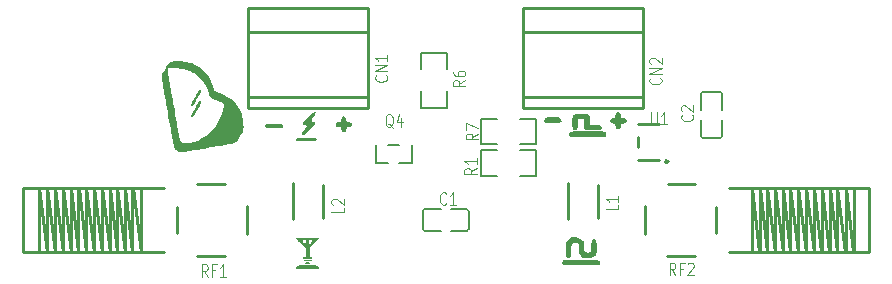
<source format=gto>
G04 #@! TF.GenerationSoftware,KiCad,Pcbnew,(6.0.7)*
G04 #@! TF.CreationDate,2022-10-20T22:45:04-03:00*
G04 #@! TF.ProjectId,BIAS-T,42494153-2d54-42e6-9b69-6361645f7063,rev?*
G04 #@! TF.SameCoordinates,Original*
G04 #@! TF.FileFunction,Legend,Top*
G04 #@! TF.FilePolarity,Positive*
%FSLAX46Y46*%
G04 Gerber Fmt 4.6, Leading zero omitted, Abs format (unit mm)*
G04 Created by KiCad (PCBNEW (6.0.7)) date 2022-10-20 22:45:04*
%MOMM*%
%LPD*%
G01*
G04 APERTURE LIST*
%ADD10C,0.300000*%
%ADD11C,0.122000*%
%ADD12C,0.152000*%
%ADD13C,0.254000*%
%ADD14R,0.700000X1.250000*%
%ADD15R,1.701000X1.208000*%
%ADD16R,1.410000X1.350000*%
%ADD17C,2.000000*%
%ADD18C,2.500000*%
%ADD19R,1.000000X0.600000*%
%ADD20R,1.350000X1.410000*%
%ADD21R,1.208000X1.701000*%
%ADD22C,2.200000*%
%ADD23R,2.000000X1.200000*%
G04 APERTURE END LIST*
D10*
D11*
X145634680Y-96702500D02*
X145553061Y-96653500D01*
X145471442Y-96555500D01*
X145349014Y-96408500D01*
X145267395Y-96359500D01*
X145185776Y-96359500D01*
X145226585Y-96604500D02*
X145144966Y-96555500D01*
X145063347Y-96457500D01*
X145022538Y-96261500D01*
X145022538Y-95918500D01*
X145063347Y-95722500D01*
X145144966Y-95624500D01*
X145226585Y-95575500D01*
X145389823Y-95575500D01*
X145471442Y-95624500D01*
X145553061Y-95722500D01*
X145593871Y-95918500D01*
X145593871Y-96261500D01*
X145553061Y-96457500D01*
X145471442Y-96555500D01*
X145389823Y-96604500D01*
X145226585Y-96604500D01*
X146328442Y-95918500D02*
X146328442Y-96604500D01*
X146124395Y-95526500D02*
X145920347Y-96261500D01*
X146450871Y-96261500D01*
D10*
D11*
X151722500Y-92681728D02*
X151232500Y-92967395D01*
X151722500Y-93171442D02*
X150693500Y-93171442D01*
X150693500Y-92844966D01*
X150742500Y-92763347D01*
X150791500Y-92722538D01*
X150889500Y-92681728D01*
X151036500Y-92681728D01*
X151134500Y-92722538D01*
X151183500Y-92763347D01*
X151232500Y-92844966D01*
X151232500Y-93171442D01*
X150693500Y-91947157D02*
X150693500Y-92110395D01*
X150742500Y-92192014D01*
X150791500Y-92232823D01*
X150938500Y-92314442D01*
X151134500Y-92355252D01*
X151526500Y-92355252D01*
X151624500Y-92314442D01*
X151673500Y-92273633D01*
X151722500Y-92192014D01*
X151722500Y-92028776D01*
X151673500Y-91947157D01*
X151624500Y-91906347D01*
X151526500Y-91865538D01*
X151281500Y-91865538D01*
X151183500Y-91906347D01*
X151134500Y-91947157D01*
X151085500Y-92028776D01*
X151085500Y-92192014D01*
X151134500Y-92273633D01*
X151183500Y-92314442D01*
X151281500Y-92355252D01*
X150125061Y-103110500D02*
X150084252Y-103159500D01*
X149961823Y-103208500D01*
X149880204Y-103208500D01*
X149757776Y-103159500D01*
X149676157Y-103061500D01*
X149635347Y-102963500D01*
X149594538Y-102767500D01*
X149594538Y-102620500D01*
X149635347Y-102424500D01*
X149676157Y-102326500D01*
X149757776Y-102228500D01*
X149880204Y-102179500D01*
X149961823Y-102179500D01*
X150084252Y-102228500D01*
X150125061Y-102277500D01*
X150941252Y-103208500D02*
X150451538Y-103208500D01*
X150696395Y-103208500D02*
X150696395Y-102179500D01*
X150614776Y-102326500D01*
X150533157Y-102424500D01*
X150451538Y-102473500D01*
X129932061Y-109304500D02*
X129646395Y-108814500D01*
X129442347Y-109304500D02*
X129442347Y-108275500D01*
X129768823Y-108275500D01*
X129850442Y-108324500D01*
X129891252Y-108373500D01*
X129932061Y-108471500D01*
X129932061Y-108618500D01*
X129891252Y-108716500D01*
X129850442Y-108765500D01*
X129768823Y-108814500D01*
X129442347Y-108814500D01*
X130585014Y-108765500D02*
X130299347Y-108765500D01*
X130299347Y-109304500D02*
X130299347Y-108275500D01*
X130707442Y-108275500D01*
X131482823Y-109304500D02*
X130993109Y-109304500D01*
X131237966Y-109304500D02*
X131237966Y-108275500D01*
X131156347Y-108422500D01*
X131074728Y-108520500D01*
X130993109Y-108569500D01*
X167478347Y-95384500D02*
X167478347Y-96217500D01*
X167519157Y-96315500D01*
X167559966Y-96364500D01*
X167641585Y-96413500D01*
X167804823Y-96413500D01*
X167886442Y-96364500D01*
X167927252Y-96315500D01*
X167968061Y-96217500D01*
X167968061Y-95384500D01*
X168825061Y-96413500D02*
X168335347Y-96413500D01*
X168580204Y-96413500D02*
X168580204Y-95384500D01*
X168498585Y-95531500D01*
X168416966Y-95629500D01*
X168335347Y-95678500D01*
X170928500Y-95619938D02*
X170977500Y-95660747D01*
X171026500Y-95783176D01*
X171026500Y-95864795D01*
X170977500Y-95987223D01*
X170879500Y-96068842D01*
X170781500Y-96109652D01*
X170585500Y-96150461D01*
X170438500Y-96150461D01*
X170242500Y-96109652D01*
X170144500Y-96068842D01*
X170046500Y-95987223D01*
X169997500Y-95864795D01*
X169997500Y-95783176D01*
X170046500Y-95660747D01*
X170095500Y-95619938D01*
X170095500Y-95293461D02*
X170046500Y-95252652D01*
X169997500Y-95171033D01*
X169997500Y-94966985D01*
X170046500Y-94885366D01*
X170095500Y-94844557D01*
X170193500Y-94803747D01*
X170291500Y-94803747D01*
X170438500Y-94844557D01*
X171026500Y-95334271D01*
X171026500Y-94803747D01*
D10*
D11*
X152820500Y-97197728D02*
X152330500Y-97483395D01*
X152820500Y-97687442D02*
X151791500Y-97687442D01*
X151791500Y-97360966D01*
X151840500Y-97279347D01*
X151889500Y-97238538D01*
X151987500Y-97197728D01*
X152134500Y-97197728D01*
X152232500Y-97238538D01*
X152281500Y-97279347D01*
X152330500Y-97360966D01*
X152330500Y-97687442D01*
X151791500Y-96912061D02*
X151791500Y-96340728D01*
X152820500Y-96708014D01*
D10*
D11*
X145020500Y-92272538D02*
X145069500Y-92313347D01*
X145118500Y-92435776D01*
X145118500Y-92517395D01*
X145069500Y-92639823D01*
X144971500Y-92721442D01*
X144873500Y-92762252D01*
X144677500Y-92803061D01*
X144530500Y-92803061D01*
X144334500Y-92762252D01*
X144236500Y-92721442D01*
X144138500Y-92639823D01*
X144089500Y-92517395D01*
X144089500Y-92435776D01*
X144138500Y-92313347D01*
X144187500Y-92272538D01*
X145118500Y-91905252D02*
X144089500Y-91905252D01*
X145118500Y-91415538D01*
X144089500Y-91415538D01*
X145118500Y-90558538D02*
X145118500Y-91048252D01*
X145118500Y-90803395D02*
X144089500Y-90803395D01*
X144236500Y-90885014D01*
X144334500Y-90966633D01*
X144383500Y-91048252D01*
X152693500Y-100118728D02*
X152203500Y-100404395D01*
X152693500Y-100608442D02*
X151664500Y-100608442D01*
X151664500Y-100281966D01*
X151713500Y-100200347D01*
X151762500Y-100159538D01*
X151860500Y-100118728D01*
X152007500Y-100118728D01*
X152105500Y-100159538D01*
X152154500Y-100200347D01*
X152203500Y-100281966D01*
X152203500Y-100608442D01*
X152693500Y-99302538D02*
X152693500Y-99792252D01*
X152693500Y-99547395D02*
X151664500Y-99547395D01*
X151811500Y-99629014D01*
X151909500Y-99710633D01*
X151958500Y-99792252D01*
X169529700Y-109177500D02*
X169244033Y-108687500D01*
X169039985Y-109177500D02*
X169039985Y-108148500D01*
X169366461Y-108148500D01*
X169448080Y-108197500D01*
X169488890Y-108246500D01*
X169529700Y-108344500D01*
X169529700Y-108491500D01*
X169488890Y-108589500D01*
X169448080Y-108638500D01*
X169366461Y-108687500D01*
X169039985Y-108687500D01*
X170182652Y-108638500D02*
X169896985Y-108638500D01*
X169896985Y-109177500D02*
X169896985Y-108148500D01*
X170305080Y-108148500D01*
X170590747Y-108246500D02*
X170631557Y-108197500D01*
X170713176Y-108148500D01*
X170917223Y-108148500D01*
X170998842Y-108197500D01*
X171039652Y-108246500D01*
X171080461Y-108344500D01*
X171080461Y-108442500D01*
X171039652Y-108589500D01*
X170549938Y-109177500D01*
X171080461Y-109177500D01*
D10*
D11*
X141435500Y-103466109D02*
X141435500Y-103874204D01*
X140406500Y-103874204D01*
X140504500Y-103221252D02*
X140455500Y-103180442D01*
X140406500Y-103098823D01*
X140406500Y-102894776D01*
X140455500Y-102813157D01*
X140504500Y-102772347D01*
X140602500Y-102731538D01*
X140700500Y-102731538D01*
X140847500Y-102772347D01*
X141435500Y-103262061D01*
X141435500Y-102731538D01*
X164676500Y-103212109D02*
X164676500Y-103620204D01*
X163647500Y-103620204D01*
X164676500Y-102477538D02*
X164676500Y-102967252D01*
X164676500Y-102722395D02*
X163647500Y-102722395D01*
X163794500Y-102804014D01*
X163892500Y-102885633D01*
X163941500Y-102967252D01*
X168261500Y-92507538D02*
X168310500Y-92548347D01*
X168359500Y-92670776D01*
X168359500Y-92752395D01*
X168310500Y-92874823D01*
X168212500Y-92956442D01*
X168114500Y-92997252D01*
X167918500Y-93038061D01*
X167771500Y-93038061D01*
X167575500Y-92997252D01*
X167477500Y-92956442D01*
X167379500Y-92874823D01*
X167330500Y-92752395D01*
X167330500Y-92670776D01*
X167379500Y-92548347D01*
X167428500Y-92507538D01*
X168359500Y-92140252D02*
X167330500Y-92140252D01*
X168359500Y-91650538D01*
X167330500Y-91650538D01*
X167428500Y-91283252D02*
X167379500Y-91242442D01*
X167330500Y-91160823D01*
X167330500Y-90956776D01*
X167379500Y-90875157D01*
X167428500Y-90834347D01*
X167526500Y-90793538D01*
X167624500Y-90793538D01*
X167771500Y-90834347D01*
X168359500Y-91324061D01*
X168359500Y-90793538D01*
G36*
X138594144Y-97593828D02*
G01*
X138815804Y-97596045D01*
X138970415Y-97601200D01*
X139069972Y-97610488D01*
X139126470Y-97625105D01*
X139151902Y-97646245D01*
X139158264Y-97675104D01*
X139158316Y-97679524D01*
X139124849Y-97765066D01*
X139086313Y-97793323D01*
X139016907Y-97802594D01*
X138875988Y-97809529D01*
X138682818Y-97814158D01*
X138456662Y-97816511D01*
X138216783Y-97816620D01*
X137982444Y-97814514D01*
X137772910Y-97810224D01*
X137607442Y-97803780D01*
X137505306Y-97795212D01*
X137485466Y-97790807D01*
X137437738Y-97731655D01*
X137428567Y-97680601D01*
X137433073Y-97650276D01*
X137454595Y-97627923D01*
X137505138Y-97612332D01*
X137596708Y-97602292D01*
X137741309Y-97596591D01*
X137950947Y-97594018D01*
X138237628Y-97593363D01*
X138293441Y-97593355D01*
X138594144Y-97593828D01*
G37*
G36*
X141542418Y-95769760D02*
G01*
X141621433Y-95892968D01*
X141658766Y-96036200D01*
X141696337Y-96161631D01*
X141762023Y-96214679D01*
X141776392Y-96217666D01*
X141944288Y-96249275D01*
X142045727Y-96288088D01*
X142105222Y-96344895D01*
X142119411Y-96368647D01*
X142135110Y-96475738D01*
X142073349Y-96567345D01*
X141947693Y-96629428D01*
X141851059Y-96646361D01*
X141738910Y-96665070D01*
X141685601Y-96715295D01*
X141659813Y-96821066D01*
X141633124Y-96944913D01*
X141602625Y-97032140D01*
X141599698Y-97037284D01*
X141533084Y-97078151D01*
X141428894Y-97091183D01*
X141328912Y-97076580D01*
X141275308Y-97035738D01*
X141258372Y-96953645D01*
X141243544Y-96830588D01*
X141242597Y-96819520D01*
X141228242Y-96720657D01*
X141189126Y-96670339D01*
X141098896Y-96646467D01*
X141025482Y-96637441D01*
X140891886Y-96613700D01*
X140818986Y-96569239D01*
X140777634Y-96489267D01*
X140759352Y-96374587D01*
X140806608Y-96297833D01*
X140928957Y-96249420D01*
X141035099Y-96230944D01*
X141157096Y-96209482D01*
X141215755Y-96170544D01*
X141238278Y-96087148D01*
X141244234Y-96023502D01*
X141277699Y-95848175D01*
X141345687Y-95751886D01*
X141434301Y-95727047D01*
X141542418Y-95769760D01*
G37*
G36*
X139060888Y-95367492D02*
G01*
X139053563Y-95486714D01*
X138985743Y-95652224D01*
X138885197Y-95818086D01*
X138795026Y-95957214D01*
X138729906Y-96069788D01*
X138703207Y-96132597D01*
X138703119Y-96134226D01*
X138742530Y-96168478D01*
X138834104Y-96182244D01*
X138950999Y-96206128D01*
X139025087Y-96254537D01*
X139040839Y-96289455D01*
X139029330Y-96336725D01*
X138982540Y-96406666D01*
X138892449Y-96509597D01*
X138751036Y-96655839D01*
X138582845Y-96823533D01*
X138380149Y-97022226D01*
X138230806Y-97163015D01*
X138124819Y-97253380D01*
X138052192Y-97300802D01*
X138002929Y-97312760D01*
X137967033Y-97296735D01*
X137959630Y-97289890D01*
X137931304Y-97225825D01*
X137951092Y-97127712D01*
X138023273Y-96983809D01*
X138135647Y-96806810D01*
X138245023Y-96631965D01*
X138293803Y-96523623D01*
X138283586Y-96481080D01*
X138196992Y-96458117D01*
X138099982Y-96435537D01*
X138001193Y-96387906D01*
X137974803Y-96330059D01*
X138005571Y-96268404D01*
X138088790Y-96161984D01*
X138210835Y-96024371D01*
X138358078Y-95869135D01*
X138516894Y-95709845D01*
X138673657Y-95560073D01*
X138814740Y-95433388D01*
X138926518Y-95343361D01*
X138995363Y-95303561D01*
X139005636Y-95303456D01*
X139060888Y-95367492D01*
G37*
G36*
X135869581Y-96366883D02*
G01*
X136076584Y-96377074D01*
X136214779Y-96398660D01*
X136295240Y-96435404D01*
X136329042Y-96491072D01*
X136327260Y-96569426D01*
X136317549Y-96614090D01*
X136288839Y-96728480D01*
X135585752Y-96728480D01*
X135316985Y-96727675D01*
X135125021Y-96724147D01*
X134995631Y-96716224D01*
X134914585Y-96702239D01*
X134867654Y-96680519D01*
X134840608Y-96649396D01*
X134835544Y-96640433D01*
X134795192Y-96552574D01*
X134805747Y-96495986D01*
X134859954Y-96435854D01*
X134905058Y-96406613D01*
X134981653Y-96386269D01*
X135104166Y-96373395D01*
X135287022Y-96366564D01*
X135544645Y-96364346D01*
X135582696Y-96364323D01*
X135869581Y-96366883D01*
G37*
D12*
X144143000Y-98207000D02*
X144143000Y-99659000D01*
X147195000Y-99659000D02*
X146164000Y-99659000D01*
X145214000Y-98207000D02*
X146124000Y-98207000D01*
X147195000Y-98207000D02*
X147195000Y-99659000D01*
X144143000Y-99659000D02*
X145174000Y-99659000D01*
G36*
X161155094Y-105997267D02*
G01*
X161267065Y-106012312D01*
X161365072Y-106047271D01*
X161479829Y-106110231D01*
X161510956Y-106128998D01*
X161629480Y-106207655D01*
X161723321Y-106282076D01*
X161770648Y-106334094D01*
X161787198Y-106401545D01*
X161800022Y-106523335D01*
X161807254Y-106678345D01*
X161808190Y-106758689D01*
X161809869Y-106927972D01*
X161817291Y-107039691D01*
X161834036Y-107111733D01*
X161863683Y-107161984D01*
X161895541Y-107195196D01*
X162007791Y-107256334D01*
X162152019Y-107278203D01*
X162293819Y-107257470D01*
X162339052Y-107238189D01*
X162369799Y-107215234D01*
X162390514Y-107176407D01*
X162403138Y-107108304D01*
X162409614Y-106997523D01*
X162411886Y-106830659D01*
X162412053Y-106734529D01*
X162415539Y-106509131D01*
X162428752Y-106348549D01*
X162455827Y-106242323D01*
X162500898Y-106179993D01*
X162568099Y-106151099D01*
X162645060Y-106145015D01*
X162722758Y-106152617D01*
X162779948Y-106181908D01*
X162819667Y-106242613D01*
X162844952Y-106344458D01*
X162858840Y-106497168D01*
X162864370Y-106710468D01*
X162864951Y-106849060D01*
X162864416Y-107078013D01*
X162859224Y-107245205D01*
X162843993Y-107364353D01*
X162813343Y-107449173D01*
X162761893Y-107513385D01*
X162684261Y-107570704D01*
X162575066Y-107634849D01*
X162551426Y-107648303D01*
X162462990Y-107690333D01*
X162364449Y-107715417D01*
X162233249Y-107727398D01*
X162071023Y-107730156D01*
X161734307Y-107730156D01*
X161544800Y-107538644D01*
X161355293Y-107347131D01*
X161355293Y-106562109D01*
X161243942Y-106504528D01*
X161084580Y-106452355D01*
X160934006Y-106457384D01*
X160812313Y-106518280D01*
X160795750Y-106534297D01*
X160761962Y-106575894D01*
X160738942Y-106625445D01*
X160724649Y-106697345D01*
X160717044Y-106805989D01*
X160714085Y-106965774D01*
X160713688Y-107113440D01*
X160712470Y-107319179D01*
X160707696Y-107462948D01*
X160697685Y-107558237D01*
X160680760Y-107618535D01*
X160655238Y-107657333D01*
X160644668Y-107667694D01*
X160537234Y-107721945D01*
X160419211Y-107718901D01*
X160323252Y-107661136D01*
X160298835Y-107623250D01*
X160281553Y-107564305D01*
X160270267Y-107472346D01*
X160263835Y-107335415D01*
X160261116Y-107141557D01*
X160260790Y-107006406D01*
X160260790Y-106420695D01*
X160708084Y-105994049D01*
X160998445Y-105994049D01*
X161155094Y-105997267D01*
G37*
G36*
X161917647Y-107919041D02*
G01*
X162226696Y-107919788D01*
X162474612Y-107921419D01*
X162668570Y-107924252D01*
X162815744Y-107928602D01*
X162923309Y-107934786D01*
X162998440Y-107943122D01*
X163048311Y-107953925D01*
X163080098Y-107967513D01*
X163100974Y-107984201D01*
X163104421Y-107987882D01*
X163158672Y-108095317D01*
X163155628Y-108213339D01*
X163097863Y-108309299D01*
X163074202Y-108325121D01*
X163036830Y-108338055D01*
X162978616Y-108348386D01*
X162892427Y-108356399D01*
X162771132Y-108362378D01*
X162607597Y-108366608D01*
X162394692Y-108369375D01*
X162125282Y-108370962D01*
X161792237Y-108371655D01*
X161533733Y-108371760D01*
X160038622Y-108371760D01*
X159979870Y-108287880D01*
X159926713Y-108173944D01*
X159942606Y-108066489D01*
X159979870Y-108002744D01*
X160038622Y-107918863D01*
X161540290Y-107918863D01*
X161917647Y-107919041D01*
G37*
X150177000Y-94995000D02*
X150177000Y-93635000D01*
X148019000Y-94995000D02*
X150177000Y-94995000D01*
X148019000Y-93635000D02*
X148019000Y-94995000D01*
X148019000Y-90373000D02*
X150177000Y-90373000D01*
X148019000Y-91733000D02*
X148019000Y-90373000D01*
X150177000Y-90373000D02*
X150177000Y-91733000D01*
X148131000Y-105272000D02*
X148131000Y-103770000D01*
X152059000Y-105272000D02*
X152059000Y-103770000D01*
X151906000Y-103617000D02*
X150496000Y-103617000D01*
X150496000Y-105425000D02*
X151906000Y-105425000D01*
X149694000Y-105425000D02*
X148284000Y-105425000D01*
X148284000Y-103617000D02*
X149694000Y-103617000D01*
X148131000Y-105272000D02*
G75*
G03*
X148284000Y-105425000I153001J1D01*
G01*
X152059000Y-103770000D02*
G75*
G03*
X151906000Y-103617000I-153000J0D01*
G01*
X148284000Y-103617000D02*
G75*
G03*
X148131000Y-103770000I1J-153001D01*
G01*
X151906000Y-105425000D02*
G75*
G03*
X152059000Y-105272000I0J153000D01*
G01*
D13*
X116980500Y-107221000D02*
X116337500Y-101821000D01*
X116291500Y-101821000D02*
X116291500Y-107221000D01*
X119647500Y-101821000D02*
X119647500Y-107221000D01*
X118323500Y-107221000D02*
X117679500Y-101821000D01*
X133264500Y-105676000D02*
X133264500Y-103366000D01*
X116291500Y-107221000D02*
X115647500Y-101821000D01*
X121625500Y-107221000D02*
X120981500Y-101821000D01*
X117651500Y-101821000D02*
X117651500Y-107221000D01*
X122260500Y-101821000D02*
X122260500Y-107221000D01*
X120300500Y-101821000D02*
X120300500Y-107221000D01*
X122913500Y-107221000D02*
X122269500Y-101821000D01*
X114268500Y-101821000D02*
X126192500Y-101821000D01*
X120972500Y-107221000D02*
X120328500Y-101821000D01*
X114268500Y-107221000D02*
X126192500Y-107221000D01*
X118976500Y-107221000D02*
X118332500Y-101821000D01*
X124255500Y-101821000D02*
X124255500Y-107221000D01*
X117651500Y-107221000D02*
X117008500Y-101821000D01*
X114268500Y-101821000D02*
X114268500Y-107221000D01*
X122913500Y-101821000D02*
X122913500Y-107221000D01*
X123548500Y-107221000D02*
X122904500Y-101821000D01*
X121625500Y-101821000D02*
X121625500Y-107221000D01*
X115619500Y-101821000D02*
X115619500Y-107221000D01*
X116980500Y-101821000D02*
X116980500Y-107221000D01*
X120972500Y-101821000D02*
X120972500Y-107221000D01*
X122260500Y-107221000D02*
X121616500Y-101821000D01*
X131371500Y-101473000D02*
X129061500Y-101473000D01*
X119647500Y-107221000D02*
X119004500Y-101821000D01*
X120300500Y-107221000D02*
X119657500Y-101821000D01*
X129061500Y-107569000D02*
X131359500Y-107569000D01*
X124255500Y-107221000D02*
X123612500Y-101821000D01*
X118323500Y-101821000D02*
X118323500Y-107221000D01*
X127295500Y-103405000D02*
X127295500Y-105637000D01*
X123548500Y-101821000D02*
X123548500Y-107221000D01*
X118976500Y-101821000D02*
X118976500Y-107221000D01*
X166359000Y-98317000D02*
X166359000Y-97517000D01*
X166359000Y-96367000D02*
X168159000Y-96367000D01*
X166359000Y-99467000D02*
X168159000Y-99467000D01*
X168910000Y-99568000D02*
G75*
G03*
X168910000Y-99568000I-127000J0D01*
G01*
D12*
X171689000Y-93820000D02*
X171689000Y-95230000D01*
X173344000Y-93667000D02*
X171842000Y-93667000D01*
X173497000Y-96032000D02*
X173497000Y-97442000D01*
X173497000Y-95230000D02*
X173497000Y-93820000D01*
X173344000Y-97595000D02*
X171842000Y-97595000D01*
X171689000Y-97442000D02*
X171689000Y-96032000D01*
X173344000Y-97595000D02*
G75*
G03*
X173497000Y-97442000I-1J153001D01*
G01*
X171842000Y-93667000D02*
G75*
G03*
X171689000Y-93820000I0J-153000D01*
G01*
X171689000Y-97442000D02*
G75*
G03*
X171842000Y-97595000I153001J1D01*
G01*
X173497000Y-93820000D02*
G75*
G03*
X173344000Y-93667000I-153000J0D01*
G01*
G36*
X159613140Y-95821747D02*
G01*
X159685371Y-95835146D01*
X159735193Y-95858619D01*
X159777647Y-95894166D01*
X159796785Y-95913063D01*
X159881829Y-96024103D01*
X159891027Y-96121310D01*
X159825504Y-96220836D01*
X159818659Y-96227797D01*
X159779269Y-96260361D01*
X159727670Y-96283091D01*
X159649534Y-96297722D01*
X159530531Y-96305992D01*
X159356333Y-96309637D01*
X159137195Y-96310399D01*
X158900162Y-96309457D01*
X158731392Y-96305475D01*
X158616557Y-96296716D01*
X158541328Y-96281442D01*
X158491377Y-96257918D01*
X158455732Y-96227797D01*
X158385442Y-96129978D01*
X158387845Y-96034914D01*
X158451988Y-95932942D01*
X158487600Y-95894208D01*
X158530922Y-95866895D01*
X158596497Y-95848557D01*
X158698864Y-95836748D01*
X158852565Y-95829022D01*
X159072142Y-95822935D01*
X159111578Y-95822014D01*
X159341285Y-95817180D01*
X159503459Y-95816425D01*
X159613140Y-95821747D01*
G37*
G36*
X161553293Y-95525683D02*
G01*
X161817366Y-95527163D01*
X162010077Y-95537016D01*
X162142668Y-95563358D01*
X162226378Y-95614309D01*
X162272449Y-95697986D01*
X162292119Y-95822508D01*
X162296630Y-95995991D01*
X162296708Y-96062594D01*
X162296708Y-96434301D01*
X162711593Y-96434301D01*
X162903189Y-96435779D01*
X163031312Y-96442713D01*
X163115074Y-96458858D01*
X163173587Y-96487966D01*
X163225962Y-96533789D01*
X163227853Y-96535676D01*
X163311247Y-96646102D01*
X163318035Y-96743870D01*
X163249168Y-96844752D01*
X163246626Y-96847309D01*
X163207237Y-96879874D01*
X163155638Y-96902603D01*
X163077501Y-96917234D01*
X162958498Y-96925504D01*
X162784300Y-96929149D01*
X162565163Y-96929911D01*
X162296928Y-96928720D01*
X162100208Y-96919753D01*
X161963914Y-96894920D01*
X161876959Y-96846130D01*
X161828257Y-96765293D01*
X161806721Y-96644318D01*
X161801262Y-96475113D01*
X161801098Y-96372350D01*
X161801098Y-95979992D01*
X161264187Y-95979992D01*
X161264187Y-96372350D01*
X161261872Y-96562354D01*
X161252733Y-96688736D01*
X161233485Y-96770399D01*
X161200838Y-96826247D01*
X161181586Y-96847309D01*
X161099819Y-96908571D01*
X161037033Y-96929911D01*
X160963746Y-96902570D01*
X160892480Y-96847309D01*
X160858279Y-96805454D01*
X160834994Y-96750330D01*
X160820574Y-96666577D01*
X160812974Y-96538835D01*
X160810144Y-96351745D01*
X160809878Y-96227797D01*
X160810494Y-95978303D01*
X160819819Y-95796195D01*
X160849072Y-95670878D01*
X160909471Y-95591758D01*
X161012233Y-95548240D01*
X161168576Y-95529729D01*
X161389718Y-95525631D01*
X161553293Y-95525683D01*
G37*
G36*
X164773708Y-95398413D02*
G01*
X164863643Y-95498745D01*
X164920320Y-95641274D01*
X164927349Y-95680983D01*
X164946871Y-95790854D01*
X164980143Y-95841387D01*
X165048450Y-95855505D01*
X165089951Y-95856090D01*
X165227563Y-95886486D01*
X165335835Y-95964967D01*
X165391358Y-96072469D01*
X165394269Y-96103895D01*
X165356857Y-96216825D01*
X165259544Y-96304605D01*
X165124709Y-96349329D01*
X165084513Y-96351699D01*
X164991960Y-96356701D01*
X164950830Y-96387581D01*
X164940283Y-96468155D01*
X164939960Y-96516903D01*
X164911833Y-96671167D01*
X164836612Y-96786290D01*
X164728038Y-96843951D01*
X164692155Y-96847309D01*
X164602246Y-96819278D01*
X164526952Y-96764708D01*
X164457925Y-96637273D01*
X164444350Y-96516903D01*
X164439974Y-96411129D01*
X164412953Y-96364122D01*
X164342451Y-96352069D01*
X164299797Y-96351699D01*
X164166641Y-96324242D01*
X164056882Y-96254181D01*
X163995495Y-96159981D01*
X163990041Y-96122668D01*
X164025645Y-96029521D01*
X164114178Y-95939452D01*
X164228223Y-95874706D01*
X164318570Y-95856090D01*
X164399203Y-95849734D01*
X164435047Y-95814872D01*
X164444141Y-95727811D01*
X164444350Y-95690886D01*
X164469607Y-95547400D01*
X164535227Y-95431956D01*
X164625981Y-95367159D01*
X164666929Y-95360480D01*
X164773708Y-95398413D01*
G37*
G36*
X162492011Y-97012691D02*
G01*
X162799166Y-97013543D01*
X163040918Y-97015538D01*
X163225866Y-97019147D01*
X163362610Y-97024842D01*
X163459748Y-97033094D01*
X163525881Y-97044375D01*
X163569607Y-97059154D01*
X163599525Y-97077905D01*
X163618334Y-97095114D01*
X163688624Y-97192932D01*
X163686216Y-97287983D01*
X163622023Y-97389969D01*
X163543110Y-97487472D01*
X160726650Y-97511250D01*
X160623712Y-97408312D01*
X160539480Y-97297576D01*
X160531469Y-97200097D01*
X160598641Y-97099902D01*
X160603374Y-97095114D01*
X160628549Y-97073028D01*
X160660990Y-97055272D01*
X160709299Y-97041373D01*
X160782073Y-97030860D01*
X160887912Y-97023263D01*
X161035415Y-97018110D01*
X161233181Y-97014931D01*
X161489811Y-97013253D01*
X161813902Y-97012605D01*
X162110854Y-97012512D01*
X162492011Y-97012691D01*
G37*
X154452000Y-95949000D02*
X153092000Y-95949000D01*
X153092000Y-95949000D02*
X153092000Y-98107000D01*
X157714000Y-95949000D02*
X157714000Y-98107000D01*
X156354000Y-95949000D02*
X157714000Y-95949000D01*
X157714000Y-98107000D02*
X156354000Y-98107000D01*
X153092000Y-98107000D02*
X154452000Y-98107000D01*
G36*
X126352600Y-91732608D02*
G01*
X126359920Y-91692601D01*
X126396818Y-91555469D01*
X126465670Y-91422295D01*
X126559600Y-91302634D01*
X126671735Y-91206041D01*
X126738532Y-91166284D01*
X126826035Y-91128532D01*
X126920421Y-91101857D01*
X127030097Y-91084862D01*
X127163470Y-91076148D01*
X127292258Y-91074201D01*
X127687493Y-91089606D01*
X128058627Y-91135840D01*
X128405851Y-91212931D01*
X128569181Y-91262598D01*
X128878826Y-91384492D01*
X129161642Y-91534894D01*
X129417728Y-91713908D01*
X129647182Y-91921639D01*
X129850101Y-92158192D01*
X130026583Y-92423671D01*
X130176725Y-92718181D01*
X130300626Y-93041827D01*
X130335252Y-93153274D01*
X130381434Y-93291466D01*
X130431735Y-93400338D01*
X130491623Y-93489772D01*
X130564574Y-93567794D01*
X130616138Y-93614941D01*
X130659880Y-93650265D01*
X130704652Y-93678542D01*
X130759309Y-93704548D01*
X130832706Y-93733061D01*
X130933696Y-93768856D01*
X130943774Y-93772366D01*
X131281955Y-93907759D01*
X131590209Y-94067965D01*
X131868259Y-94252695D01*
X132115823Y-94461657D01*
X132332622Y-94694560D01*
X132518378Y-94951115D01*
X132672810Y-95231030D01*
X132795640Y-95534015D01*
X132865649Y-95771417D01*
X132912093Y-95980595D01*
X132942369Y-96180849D01*
X132957998Y-96386650D01*
X132960500Y-96612470D01*
X132959483Y-96664498D01*
X132954040Y-96808277D01*
X132943626Y-96921035D01*
X132925386Y-97010922D01*
X132896468Y-97086088D01*
X132854020Y-97154682D01*
X132795187Y-97224854D01*
X132745082Y-97276910D01*
X132681499Y-97345631D01*
X132642988Y-97400851D01*
X132623110Y-97452429D01*
X132619823Y-97468625D01*
X132587609Y-97577946D01*
X132531063Y-97692791D01*
X132458947Y-97797622D01*
X132397970Y-97862052D01*
X132292172Y-97944053D01*
X132187317Y-97998927D01*
X132070683Y-98034308D01*
X132015551Y-98045707D01*
X131927017Y-98062682D01*
X131808148Y-98084707D01*
X131662010Y-98111254D01*
X131491669Y-98141797D01*
X131300192Y-98175809D01*
X131090644Y-98212762D01*
X130866094Y-98252130D01*
X130629606Y-98293385D01*
X130384247Y-98336002D01*
X130133083Y-98379452D01*
X129879181Y-98423209D01*
X129625607Y-98466745D01*
X129375428Y-98509535D01*
X129131709Y-98551050D01*
X128897518Y-98590764D01*
X128675920Y-98628151D01*
X128469981Y-98662682D01*
X128282769Y-98693831D01*
X128117349Y-98721071D01*
X127976788Y-98743876D01*
X127864152Y-98761717D01*
X127782507Y-98774069D01*
X127734920Y-98780404D01*
X127724941Y-98781151D01*
X127644937Y-98775237D01*
X127565258Y-98761786D01*
X127535676Y-98754008D01*
X127385543Y-98687801D01*
X127254411Y-98591264D01*
X127148450Y-98469785D01*
X127088109Y-98363118D01*
X127079828Y-98338613D01*
X127068460Y-98294516D01*
X127053752Y-98229457D01*
X127035450Y-98142064D01*
X127013300Y-98030965D01*
X126987049Y-97894790D01*
X126956442Y-97732167D01*
X126921226Y-97541724D01*
X126881147Y-97322091D01*
X126835952Y-97071896D01*
X126785386Y-96789768D01*
X126729196Y-96474335D01*
X126667129Y-96124226D01*
X126598929Y-95738070D01*
X126531366Y-95354415D01*
X126472816Y-95021070D01*
X126416158Y-94697545D01*
X126361767Y-94386019D01*
X126310016Y-94088671D01*
X126261279Y-93807682D01*
X126215929Y-93545230D01*
X126174341Y-93303496D01*
X126136889Y-93084659D01*
X126103946Y-92890899D01*
X126075886Y-92724396D01*
X126053084Y-92587328D01*
X126035912Y-92481876D01*
X126024744Y-92410220D01*
X126019956Y-92374539D01*
X126019795Y-92371758D01*
X126035178Y-92250888D01*
X126077319Y-92122648D01*
X126140207Y-91999358D01*
X126217830Y-91893337D01*
X126283413Y-91831558D01*
X126328731Y-91787290D01*
X126529757Y-91787290D01*
X126533109Y-91813562D01*
X126542915Y-91876292D01*
X126558803Y-91973309D01*
X126580397Y-92102441D01*
X126607325Y-92261519D01*
X126639212Y-92448369D01*
X126675685Y-92660823D01*
X126716370Y-92896707D01*
X126760892Y-93153852D01*
X126808879Y-93430087D01*
X126859956Y-93723239D01*
X126913750Y-94031139D01*
X126969887Y-94351615D01*
X127027992Y-94682496D01*
X127040280Y-94752362D01*
X127116696Y-95186071D01*
X127186722Y-95582063D01*
X127250534Y-95941295D01*
X127308308Y-96264724D01*
X127360221Y-96553308D01*
X127406450Y-96808004D01*
X127447171Y-97029769D01*
X127482561Y-97219559D01*
X127512796Y-97378333D01*
X127538054Y-97507047D01*
X127558510Y-97606658D01*
X127574341Y-97678125D01*
X127585724Y-97722403D01*
X127591112Y-97737673D01*
X127647792Y-97822772D01*
X127728834Y-97904883D01*
X127820571Y-97971759D01*
X127889475Y-98005017D01*
X127946872Y-98021563D01*
X128009565Y-98030805D01*
X128083437Y-98032427D01*
X128174368Y-98026115D01*
X128288240Y-98011553D01*
X128430933Y-97988426D01*
X128530822Y-97970673D01*
X128662188Y-97946332D01*
X128763419Y-97925859D01*
X128843078Y-97906717D01*
X128909730Y-97886364D01*
X128971940Y-97862263D01*
X129038272Y-97831872D01*
X129097364Y-97802678D01*
X129462750Y-97600002D01*
X129796385Y-97374705D01*
X130098088Y-97126995D01*
X130367681Y-96857081D01*
X130604983Y-96565169D01*
X130809815Y-96251469D01*
X130981998Y-95916188D01*
X131121352Y-95559535D01*
X131171307Y-95399066D01*
X131196182Y-95306415D01*
X131222531Y-95197415D01*
X131248601Y-95080643D01*
X131272637Y-94964675D01*
X131292885Y-94858087D01*
X131307592Y-94769454D01*
X131315002Y-94707352D01*
X131315548Y-94693806D01*
X131298492Y-94673939D01*
X131251496Y-94642099D01*
X131180820Y-94601426D01*
X131092725Y-94555060D01*
X130993471Y-94506142D01*
X130889316Y-94457811D01*
X130786522Y-94413208D01*
X130691349Y-94375473D01*
X130654508Y-94362204D01*
X130532871Y-94318637D01*
X130440322Y-94281631D01*
X130368186Y-94247128D01*
X130307788Y-94211069D01*
X130262955Y-94179030D01*
X130193736Y-94111226D01*
X130125709Y-94018551D01*
X130067687Y-93914612D01*
X130030543Y-93820147D01*
X129918818Y-93488053D01*
X129790834Y-93189993D01*
X129645003Y-92923621D01*
X129479739Y-92686590D01*
X129293456Y-92476554D01*
X129084566Y-92291166D01*
X128912845Y-92167376D01*
X128799320Y-92094240D01*
X128702470Y-92036907D01*
X128608620Y-91988261D01*
X128504096Y-91941183D01*
X128383270Y-91891754D01*
X128156480Y-91814120D01*
X127902896Y-91749162D01*
X127633357Y-91698497D01*
X127358706Y-91663740D01*
X127089783Y-91646505D01*
X126837429Y-91648409D01*
X126775832Y-91652241D01*
X126672272Y-91662431D01*
X126601911Y-91676883D01*
X126558732Y-91698899D01*
X126536718Y-91731783D01*
X126529852Y-91778835D01*
X126529757Y-91787290D01*
X126328731Y-91787290D01*
X126328908Y-91787117D01*
X126352600Y-91732608D01*
G37*
G36*
X129293362Y-93490995D02*
G01*
X129340230Y-93516792D01*
X129369446Y-93563490D01*
X129373772Y-93593785D01*
X129364253Y-93620784D01*
X129337522Y-93676699D01*
X129296324Y-93756674D01*
X129243400Y-93855853D01*
X129181494Y-93969377D01*
X129113347Y-94092391D01*
X129041703Y-94220037D01*
X128969304Y-94347458D01*
X128898892Y-94469797D01*
X128833212Y-94582197D01*
X128775004Y-94679802D01*
X128727012Y-94757754D01*
X128691979Y-94811196D01*
X128672787Y-94835166D01*
X128617001Y-94858246D01*
X128564188Y-94842556D01*
X128543221Y-94823815D01*
X128517358Y-94778195D01*
X128510761Y-94745072D01*
X128520133Y-94720154D01*
X128546445Y-94666144D01*
X128586984Y-94587903D01*
X128639040Y-94490290D01*
X128699900Y-94378165D01*
X128766856Y-94256390D01*
X128837194Y-94129822D01*
X128908205Y-94003323D01*
X128977177Y-93881753D01*
X129041400Y-93769971D01*
X129098161Y-93672837D01*
X129144750Y-93595212D01*
X129178457Y-93541956D01*
X129193561Y-93521035D01*
X129240564Y-93490832D01*
X129293362Y-93490995D01*
G37*
G36*
X129342811Y-94465071D02*
G01*
X129350235Y-94471328D01*
X129364250Y-94490369D01*
X129370527Y-94514939D01*
X129367602Y-94548391D01*
X129354006Y-94594080D01*
X129328273Y-94655357D01*
X129288936Y-94735576D01*
X129234529Y-94838091D01*
X129163584Y-94966253D01*
X129074634Y-95123418D01*
X129033279Y-95195863D01*
X128942825Y-95353898D01*
X128869522Y-95481212D01*
X128811093Y-95581166D01*
X128765263Y-95657121D01*
X128729759Y-95712436D01*
X128702305Y-95750472D01*
X128680625Y-95774589D01*
X128662446Y-95788147D01*
X128645491Y-95794508D01*
X128627487Y-95797031D01*
X128626207Y-95797144D01*
X128573659Y-95794392D01*
X128536621Y-95779831D01*
X128535194Y-95778510D01*
X128515487Y-95740163D01*
X128510761Y-95708678D01*
X128520131Y-95683361D01*
X128546437Y-95628956D01*
X128586970Y-95550330D01*
X128639019Y-95452348D01*
X128699877Y-95339878D01*
X128766833Y-95217787D01*
X128837179Y-95090939D01*
X128908207Y-94964203D01*
X128977205Y-94842444D01*
X129041467Y-94730529D01*
X129098282Y-94633325D01*
X129144941Y-94555699D01*
X129178736Y-94502516D01*
X129193561Y-94482116D01*
X129237708Y-94455215D01*
X129294002Y-94449082D01*
X129342811Y-94465071D01*
G37*
D13*
X133350000Y-86605000D02*
X133350000Y-95005000D01*
X133350000Y-95005000D02*
X143510000Y-95005000D01*
X143510000Y-95005000D02*
X143510000Y-86633000D01*
X143510000Y-86605000D02*
X133350000Y-86605000D01*
X143510000Y-88633000D02*
X133350000Y-88633000D01*
X143510000Y-94126000D02*
X133350000Y-94126000D01*
D12*
X157714000Y-100774000D02*
X157714000Y-98616000D01*
X153092000Y-98616000D02*
X154452000Y-98616000D01*
X157714000Y-98616000D02*
X156354000Y-98616000D01*
X156354000Y-100774000D02*
X157714000Y-100774000D01*
X153092000Y-100774000D02*
X153092000Y-98616000D01*
X154452000Y-100774000D02*
X153092000Y-100774000D01*
D13*
X183247500Y-101821000D02*
X183890500Y-107221000D01*
X177967500Y-101821000D02*
X178611500Y-107221000D01*
X181904500Y-101821000D02*
X182548500Y-107221000D01*
X178602500Y-101821000D02*
X179246500Y-107221000D01*
X168856500Y-107569000D02*
X171166500Y-107569000D01*
X185959500Y-107221000D02*
X185959500Y-101821000D01*
X185959500Y-107221000D02*
X174035500Y-107221000D01*
X181251500Y-101821000D02*
X181895500Y-107221000D01*
X176679500Y-101821000D02*
X177323500Y-107221000D01*
X181251500Y-107221000D02*
X181251500Y-101821000D01*
X175972500Y-107221000D02*
X175972500Y-101821000D01*
X177967500Y-107221000D02*
X177967500Y-101821000D01*
X176679500Y-107221000D02*
X176679500Y-101821000D01*
X181904500Y-107221000D02*
X181904500Y-101821000D01*
X183936500Y-101821000D02*
X184580500Y-107221000D01*
X179927500Y-107221000D02*
X179927500Y-101821000D01*
X179927500Y-101821000D02*
X180570500Y-107221000D01*
X179255500Y-101821000D02*
X179899500Y-107221000D01*
X182576500Y-107221000D02*
X182576500Y-101821000D01*
X183247500Y-107221000D02*
X183247500Y-101821000D01*
X172932500Y-105637000D02*
X172932500Y-103405000D01*
X171166500Y-101473000D02*
X168868500Y-101473000D01*
X177314500Y-107221000D02*
X177314500Y-101821000D01*
X184608500Y-107221000D02*
X184608500Y-101821000D01*
X178602500Y-107221000D02*
X178602500Y-101821000D01*
X175972500Y-101821000D02*
X176615500Y-107221000D01*
X177314500Y-101821000D02*
X177958500Y-107221000D01*
X180580500Y-107221000D02*
X180580500Y-101821000D01*
X166963500Y-103366000D02*
X166963500Y-105676000D01*
X183936500Y-107221000D02*
X183936500Y-101821000D01*
X179255500Y-107221000D02*
X179255500Y-101821000D01*
X180580500Y-101821000D02*
X181223500Y-107221000D01*
X185959500Y-101821000D02*
X174035500Y-101821000D01*
X182576500Y-101821000D02*
X183219500Y-107221000D01*
G36*
X138629372Y-108363796D02*
G01*
X138821654Y-108364539D01*
X138969959Y-108366267D01*
X139080677Y-108369379D01*
X139160199Y-108374273D01*
X139214916Y-108381349D01*
X139251219Y-108391008D01*
X139275499Y-108403647D01*
X139294146Y-108419667D01*
X139294877Y-108420396D01*
X139343423Y-108489899D01*
X139339998Y-108557006D01*
X139283949Y-108632554D01*
X139281978Y-108634535D01*
X139212318Y-108704195D01*
X137561124Y-108704195D01*
X137491465Y-108634535D01*
X137434161Y-108558656D01*
X137429496Y-108491474D01*
X137476818Y-108422154D01*
X137478565Y-108420396D01*
X137497118Y-108404230D01*
X137521044Y-108391461D01*
X137556733Y-108381689D01*
X137610577Y-108374515D01*
X137688965Y-108369540D01*
X137798290Y-108366364D01*
X137944941Y-108364588D01*
X138135310Y-108363812D01*
X138375788Y-108363637D01*
X138386721Y-108363637D01*
X138629372Y-108363796D01*
G37*
G36*
X138727280Y-108023078D02*
G01*
X138046162Y-108023078D01*
X138046162Y-107881178D01*
X138727280Y-107881178D01*
X138727280Y-108023078D01*
G37*
G36*
X137476941Y-106139946D02*
G01*
X137437824Y-106082612D01*
X137431043Y-106053347D01*
X137440882Y-106040917D01*
X137463613Y-106030963D01*
X137504895Y-106023217D01*
X137570385Y-106017412D01*
X137665741Y-106013279D01*
X137796622Y-106010551D01*
X137968685Y-106008960D01*
X138187589Y-106008238D01*
X138386721Y-106008106D01*
X138644622Y-106008350D01*
X138851422Y-106009262D01*
X139012781Y-106011109D01*
X139134355Y-106014159D01*
X139221803Y-106018680D01*
X139280783Y-106024940D01*
X139316954Y-106033207D01*
X139335972Y-106043748D01*
X139342399Y-106053347D01*
X139334141Y-106085417D01*
X139292863Y-106144545D01*
X139216211Y-106233475D01*
X139101829Y-106354950D01*
X138958380Y-106500685D01*
X138557000Y-106902782D01*
X138557000Y-107622496D01*
X138677615Y-107631223D01*
X138753922Y-107640600D01*
X138788937Y-107660767D01*
X138798123Y-107701938D01*
X138798229Y-107710899D01*
X138798229Y-107781849D01*
X138393226Y-107789727D01*
X138230438Y-107792049D01*
X138115825Y-107791156D01*
X138040858Y-107786331D01*
X137997006Y-107776855D01*
X137975740Y-107762012D01*
X137971586Y-107754252D01*
X137964364Y-107683928D01*
X138006635Y-107640919D01*
X138097840Y-107625778D01*
X138102031Y-107625759D01*
X138216442Y-107625759D01*
X138216442Y-106902782D01*
X137815062Y-106500685D01*
X137663205Y-106346239D01*
X137589372Y-106267518D01*
X137961023Y-106267518D01*
X137980762Y-106312862D01*
X138030290Y-106378310D01*
X138095074Y-106448519D01*
X138160581Y-106508145D01*
X138212277Y-106541847D01*
X138223537Y-106544650D01*
X138252505Y-106537307D01*
X138267607Y-106502890D01*
X138272909Y-106428836D01*
X138273201Y-106391234D01*
X138500241Y-106391234D01*
X138506334Y-106490183D01*
X138527607Y-106539141D01*
X138568547Y-106538918D01*
X138633643Y-106490322D01*
X138697165Y-106426709D01*
X138773754Y-106339790D01*
X138805798Y-106283434D01*
X138791969Y-106251407D01*
X138730938Y-106237474D01*
X138656330Y-106235145D01*
X138500241Y-106235145D01*
X138500241Y-106391234D01*
X138273201Y-106391234D01*
X138273201Y-106235145D01*
X138117112Y-106235145D01*
X138019569Y-106240727D01*
X137967656Y-106256495D01*
X137961023Y-106267518D01*
X137589372Y-106267518D01*
X137551283Y-106226907D01*
X137476941Y-106139946D01*
G37*
G36*
X138486021Y-108095231D02*
G01*
X138542055Y-108102468D01*
X138568313Y-108121181D01*
X138578285Y-108156815D01*
X138580170Y-108172072D01*
X138589150Y-108250117D01*
X138184292Y-108250117D01*
X138193272Y-108172072D01*
X138200942Y-108130119D01*
X138220735Y-108106765D01*
X138266141Y-108096567D01*
X138350651Y-108094082D01*
X138386721Y-108094028D01*
X138486021Y-108095231D01*
G37*
X139700000Y-101524000D02*
X139700000Y-104318000D01*
X137160000Y-101397000D02*
X137160000Y-104445000D01*
X162941000Y-101524000D02*
X162941000Y-104318000D01*
X160401000Y-101397000D02*
X160401000Y-104445000D01*
X166751000Y-94126000D02*
X156591000Y-94126000D01*
X166751000Y-95005000D02*
X166751000Y-86633000D01*
X166751000Y-86605000D02*
X156591000Y-86605000D01*
X156591000Y-95005000D02*
X166751000Y-95005000D01*
X156591000Y-86605000D02*
X156591000Y-95005000D01*
X166751000Y-88633000D02*
X156591000Y-88633000D01*
%LPC*%
D14*
X146619000Y-97933000D03*
X144719000Y-97933000D03*
X145669000Y-99933000D03*
D15*
X149098000Y-91205000D03*
X149098000Y-94163000D03*
D16*
X149065000Y-104521000D03*
X151125000Y-104521000D03*
D17*
X130216500Y-104521000D03*
D18*
X127666500Y-101971000D03*
X127666500Y-107071000D03*
X132766500Y-107071000D03*
X132766500Y-101971000D03*
D19*
X168559000Y-98867000D03*
X168559000Y-97917000D03*
X168559000Y-96967000D03*
X165959000Y-96967000D03*
X165959000Y-98867000D03*
D20*
X172593000Y-96661000D03*
X172593000Y-94601000D03*
D21*
X156882000Y-97028000D03*
X153924000Y-97028000D03*
D22*
X140970000Y-91205000D03*
X135890000Y-91205000D03*
D21*
X153924000Y-99695000D03*
X156882000Y-99695000D03*
D17*
X170011500Y-104521000D03*
D18*
X172561500Y-107071000D03*
X172561500Y-101971000D03*
X167461500Y-101971000D03*
X167461500Y-107071000D03*
D23*
X138430000Y-101397000D03*
X138430000Y-104521000D03*
X161671000Y-101397000D03*
X161671000Y-104521000D03*
D22*
X164211000Y-91205000D03*
X159131000Y-91205000D03*
M02*

</source>
